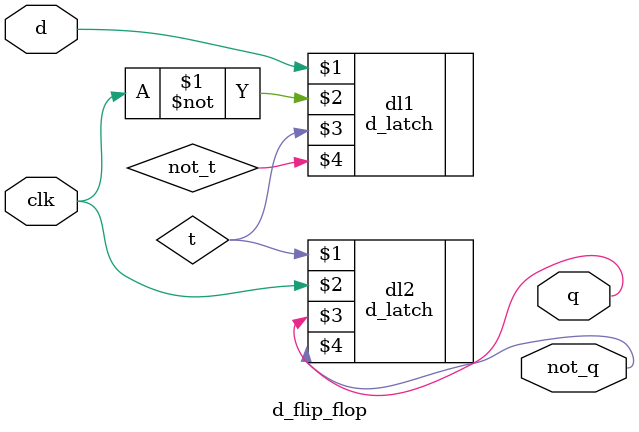
<source format=v>
`include "latch.v"
module d_flip_flop(input wire d, clk, output wire q, not_q);
	wire t, not_t;
    d_latch dl1(d, ~clk, t, not_t);
    d_latch dl2(t, clk, q, not_q);
endmodule

</source>
